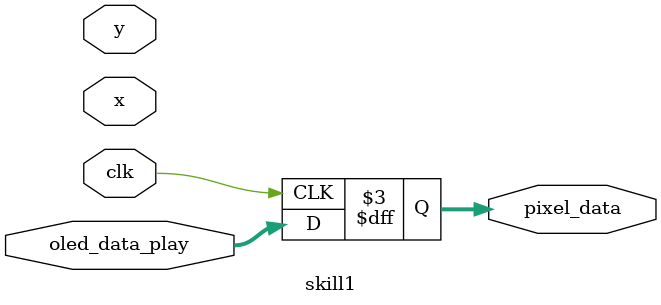
<source format=v>
`timescale 1ns / 1ps


module skill1(
    input clk,
    input [6:0] x,
    input [6:0] y,
    input [15:0] oled_data_play,
    output reg [15:0] pixel_data = 16'h0000
    );
    
    always @ (posedge clk) begin
        pixel_data <= oled_data_play; // Add if-else logic. Put this line as the lowest priority
    end
endmodule

</source>
